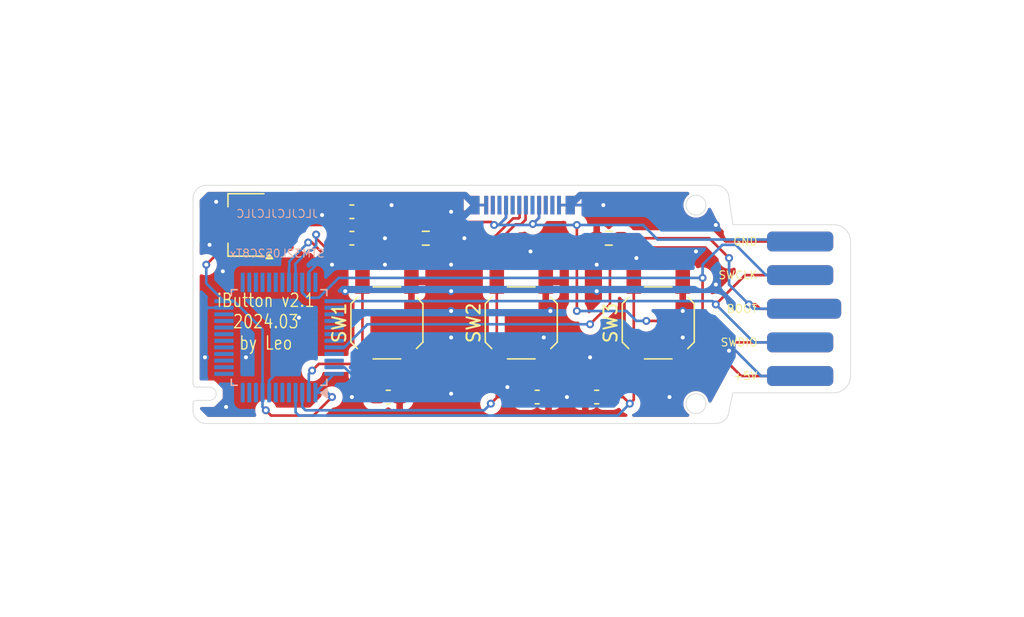
<source format=kicad_pcb>
(kicad_pcb (version 20240108) (generator "pcbnew") (generator_version "8.0")
  (layers (0 "F.Cu" signal) (31 "B.Cu" signal) (34 "B.Paste" user) (35 "F.Paste" user) (36 "B.SilkS" user "B.Silkscreen") (37 "F.SilkS" user "F.Silkscreen") (38 "B.Mask" user) (39 "F.Mask" user) (44 "Edge.Cuts" user))
  (net 0 "")
  (net 1 "/SWDIO")
  (net 2 "GND")
  (net 3 "+3.3V")
  (net 4 "/Boot")
  (net 5 "/SWCLK")
  (net 11 "/Btn1")
  (net 21 "/Btn2")
  (net 31 "/Btn3")
  (net 41 "+5V")
  (net 42 "/D-")
  (net 43 "/D+")
  (footprint "Capacitor_SMD:C_0603_1608Metric_Pad1.08x0.95mm_HandSolder" (layer "F.Cu") (at 71.75 43.5)
    (property "Reference" "C3")
    (property "Value" "4.7uF")
    (fp_line (start -0.146267 -0.51) (end 0.146267 -0.51) (stroke (width 0.12)) (layer "F.SilkS"))
    (fp_line (start -0.146267 0.51) (end 0.146267 0.51) (stroke (width 0.12)) (layer "F.SilkS"))
    (pad "1" smd roundrect (at -0.8625 0) (size 1.075 0.95) (layers "F.Cu" "F.Paste" "F.Mask") (net 11 "/Btn1"))
    (pad "2" smd roundrect (at 0.8625 0) (size 1.075 0.95) (layers "F.Cu" "F.Paste" "F.Mask") (net 2 "GND"))
  )
  (footprint "Resistor_SMD:R_0603_1608Metric_Pad0.98x0.95mm_HandSolder" (layer "F.Cu") (at 74.5875 31.5)
    (property "Reference" "R1")
    (property "Value" "1.5k")
    (fp_line (start -0.254724 -0.5225) (end 0.254724 -0.5225) (stroke (width 0.12)) (layer "F.SilkS"))
    (fp_line (start -0.254724 0.5225) (end 0.254724 0.5225) (stroke (width 0.12)) (layer "F.SilkS"))
    (pad "1" smd roundrect (at -0.9125 0) (size 0.975 0.95) (layers "F.Cu" "F.Paste" "F.Mask") (net 3 "+3.3V"))
    (pad "2" smd roundrect (at 0.9125 0) (size 0.975 0.95) (layers "F.Cu" "F.Paste" "F.Mask") (net 43 "/D+"))
  )
  (footprint "wyw-conn:SWD5-Gold" (layer "F.Cu") (at 102.87 36.83 180)
    (property "Reference" "J2")
    (property "Value" "Conn_SWD")
    (pad "1" connect roundrect (at 0 -5.08 180) (size 5 1.5) (layers "F.Cu" "F.Mask") (net 41 "+5V"))
    (pad "2" connect roundrect (at 0 -2.54 180) (size 5 1.5) (layers "F.Cu" "F.Mask") (net 1 "/SWDIO"))
    (pad "3" connect roundrect (at -0.3 0 180) (size 5.6 1.5) (layers "F.Cu" "F.Mask") (net 4 "/Boot"))
    (pad "4" connect roundrect (at 0 2.54 180) (size 5 1.5) (layers "F.Cu" "F.Mask") (net 5 "/SWCLK"))
    (pad "5" connect roundrect (at 0 5.08 180) (size 5 1.5) (layers "F.Cu" "F.Mask") (net 2 "GND"))
  )
  (footprint "Package_TO_SOT_SMD:SOT-89-3_Handsoldering" (layer "F.Cu") (at 61 30.5 180)
    (property "Reference" "U2")
    (property "Value" "AMS1117-3.3")
    (fp_line (start 1.36 2.36) (end -1.36 2.36) (stroke (width 0.12)) (layer "F.SilkS"))
    (fp_line (start 1.36 1.38) (end 1.36 2.36) (stroke (width 0.12)) (layer "F.SilkS"))
    (fp_line (start 1.36 -1.38) (end 1.36 -2.36) (stroke (width 0.12)) (layer "F.SilkS"))
    (fp_line (start -1.22 -2.36) (end 1.36 -2.36) (stroke (width 0.12)) (layer "F.SilkS"))
    (fp_line (start -1.36 -2.36) (end 1.36 -2.36) (stroke (width 0.12)) (layer "F.SilkS"))
    (fp_poly (pts (xy -1.77 -2.21) (xy -2.01 -2.54) (xy -1.53 -2.54) (xy -1.77 -2.21)) (stroke (width 0.12)) (fill solid) (layer "F.SilkS"))
    (pad "1" smd roundrect (at -2.45 -1.5 180) (size 2.3 0.9) (layers "F.Cu" "F.Paste" "F.Mask") (net 2 "GND"))
    (pad "2" smd custom (at -2.3625 0 180) (size 2.475 0.9) (layers "F.Cu" "F.Paste" "F.Mask") (net 3 "+3.3V") (options (clearance outline) (anchor rect)) (primitives (gr_poly (pts (xy 5.3625 0.8665) (xy 1.2375 0.8665) (xy 1.2375 -0.8665) (xy 5.3625 -0.8665)) (width 0) (fill yes))))
    (pad "3" smd roundrect (at -2.45 1.5 180) (size 2.3 0.9) (layers "F.Cu" "F.Paste" "F.Mask") (net 41 "+5V"))
  )
  (footprint "Capacitor_SMD:C_0603_1608Metric_Pad1.08x0.95mm_HandSolder" (layer "F.Cu") (at 69 29.5)
    (property "Reference" "C2")
    (property "Value" "10uF")
    (fp_line (start -0.146267 -0.51) (end 0.146267 -0.51) (stroke (width 0.12)) (layer "F.SilkS"))
    (fp_line (start -0.146267 0.51) (end 0.146267 0.51) (stroke (width 0.12)) (layer "F.SilkS"))
    (pad "1" smd roundrect (at -0.8625 0) (size 1.075 0.95) (layers "F.Cu" "F.Paste" "F.Mask") (net 41 "+5V"))
    (pad "2" smd roundrect (at 0.8625 0) (size 1.075 0.95) (layers "F.Cu" "F.Paste" "F.Mask") (net 2 "GND"))
  )
  (footprint "Button_Switch_SMD:SW_SPST_SKQG_WithoutStem" (layer "F.Cu") (at 81.8 37.9 90)
    (property "Reference" "SW2" (at 0 -3.6 -90) (layer "F.SilkS"))
    (property "Value" "Button_user")
    (fp_line (start 1.45 -2.72) (end 1.94 -2.23) (stroke (width 0.12)) (layer "F.SilkS"))
    (fp_line (start -1.45 -2.72) (end 1.45 -2.72) (stroke (width 0.12)) (layer "F.SilkS"))
    (fp_line (start -1.45 -2.72) (end -1.94 -2.23) (stroke (width 0.12)) (layer "F.SilkS"))
    (fp_line (start 2.72 1.04) (end 2.72 -1.04) (stroke (width 0.12)) (layer "F.SilkS"))
    (fp_line (start -2.72 1.04) (end -2.72 -1.04) (stroke (width 0.12)) (layer "F.SilkS"))
    (fp_line (start 1.45 2.72) (end 1.94 2.23) (stroke (width 0.12)) (layer "F.SilkS"))
    (fp_line (start -1.45 2.72) (end -1.94 2.23) (stroke (width 0.12)) (layer "F.SilkS"))
    (fp_line (start -1.45 2.72) (end 1.45 2.72) (stroke (width 0.12)) (layer "F.SilkS"))
    (pad "1" smd rect (at -3.1 -1.85 90) (size 1.8 1.1) (layers "F.Cu" "F.Paste" "F.Mask") (net 21 "/Btn2"))
    (pad "1" smd rect (at 3.1 -1.85 90) (size 1.8 1.1) (layers "F.Cu" "F.Paste" "F.Mask") (net 21 "/Btn2"))
    (pad "2" smd rect (at -3.1 1.85 90) (size 1.8 1.1) (layers "F.Cu" "F.Paste" "F.Mask") (net 2 "GND"))
    (pad "2" smd rect (at 3.1 1.85 90) (size 1.8 1.1) (layers "F.Cu" "F.Paste" "F.Mask") (net 2 "GND"))
    (zone (net 0) (net_name "") (layer "F.Cu") (connect_pads (clearance 0)) (min_thickness 0.254)
      (keepout (tracks not_allowed) (vias not_allowed) (pads not_allowed) (copperpour not_allowed) (footprints not_allowed))
      (fill (thermal_gap 0.508) (thermal_bridge_width 0.508))
      (polygon (pts (xy 80.5 36.9) (xy 80.5 33.9) (xy 83.1 33.9) (xy 83.1 36.9)))
    )
    (zone (net 0) (net_name "") (layer "F.Cu") (connect_pads (clearance 0)) (min_thickness 0.254)
      (keepout (tracks not_allowed) (vias not_allowed) (pads not_allowed) (copperpour not_allowed) (footprints not_allowed))
      (fill (thermal_gap 0.508) (thermal_bridge_width 0.508))
      (polygon (pts (xy 80.5 41.9) (xy 80.5 38.9) (xy 83.1 38.9) (xy 83.1 41.9)))
    )
  )
  (footprint "Button_Switch_SMD:SW_SPST_SKQG_WithoutStem" (layer "F.Cu") (at 71.65 37.9 90)
    (property "Reference" "SW1" (at 0 -3.6 -90) (layer "F.SilkS"))
    (property "Value" "Button_user")
    (fp_line (start 1.45 -2.72) (end 1.94 -2.23) (stroke (width 0.12)) (layer "F.SilkS"))
    (fp_line (start -1.45 -2.72) (end 1.45 -2.72) (stroke (width 0.12)) (layer "F.SilkS"))
    (fp_line (start -1.45 -2.72) (end -1.94 -2.23) (stroke (width 0.12)) (layer "F.SilkS"))
    (fp_line (start 2.72 1.04) (end 2.72 -1.04) (stroke (width 0.12)) (layer "F.SilkS"))
    (fp_line (start -2.72 1.04) (end -2.72 -1.04) (stroke (width 0.12)) (layer "F.SilkS"))
    (fp_line (start 1.45 2.72) (end 1.94 2.23) (stroke (width 0.12)) (layer "F.SilkS"))
    (fp_line (start -1.45 2.72) (end -1.94 2.23) (stroke (width 0.12)) (layer "F.SilkS"))
    (fp_line (start -1.45 2.72) (end 1.45 2.72) (stroke (width 0.12)) (layer "F.SilkS"))
    (pad "1" smd rect (at -3.1 -1.85 90) (size 1.8 1.1) (layers "F.Cu" "F.Paste" "F.Mask") (net 11 "/Btn1"))
    (pad "1" smd rect (at 3.1 -1.85 90) (size 1.8 1.1) (layers "F.Cu" "F.Paste" "F.Mask") (net 11 "/Btn1"))
    (pad "2" smd rect (at -3.1 1.85 90) (size 1.8 1.1) (layers "F.Cu" "F.Paste" "F.Mask") (net 2 "GND"))
    (pad "2" smd rect (at 3.1 1.85 90) (size 1.8 1.1) (layers "F.Cu" "F.Paste" "F.Mask") (net 2 "GND"))
    (zone (net 0) (net_name "") (layer "F.Cu") (connect_pads (clearance 0)) (min_thickness 0.254)
      (keepout (tracks not_allowed) (vias not_allowed) (pads not_allowed) (copperpour not_allowed) (footprints not_allowed))
      (fill (thermal_gap 0.508) (thermal_bridge_width 0.508))
      (polygon (pts (xy 70.35 36.9) (xy 70.35 33.9) (xy 72.95 33.9) (xy 72.95 36.9)))
    )
    (zone (net 0) (net_name "") (layer "F.Cu") (connect_pads (clearance 0)) (min_thickness 0.254)
      (keepout (tracks not_allowed) (vias not_allowed) (pads not_allowed) (copperpour not_allowed) (footprints not_allowed))
      (fill (thermal_gap 0.508) (thermal_bridge_width 0.508))
      (polygon (pts (xy 70.35 41.9) (xy 70.35 38.9) (xy 72.95 38.9) (xy 72.95 41.9)))
    )
  )
  (footprint "wyw-conn:USB_C_Male" (layer "F.Cu") (at 81.9 25.6 180)
    (property "Reference" "P1")
    (property "Value" "USB_C_2.0")
    (pad "A1" smd rect (at 2.75 -3.4 180) (size 0.3 1.4) (layers "F.Cu" "F.Paste" "F.Mask") (net 2 "GND"))
    (pad "A2" smd rect (at 2.25 -3.4 180) (size 0.3 1.4) (layers "F.Cu" "F.Paste" "F.Mask"))
    (pad "A3" smd rect (at 1.75 -3.4 180) (size 0.3 1.4) (layers "F.Cu" "F.Paste" "F.Mask"))
    (pad "A4" smd rect (at 1.25 -3.4 180) (size 0.3 1.4) (layers "F.Cu" "F.Paste" "F.Mask") (net 41 "+5V"))
    (pad "A5" smd rect (at 0.75 -3.4 180) (size 0.3 1.4) (layers "F.Cu" "F.Paste" "F.Mask"))
    (pad "A6" smd rect (at 0.25 -3.4 180) (size 0.3 1.4) (layers "F.Cu" "F.Paste" "F.Mask") (net 43 "/D+"))
    (pad "A7" smd rect (at -0.25 -3.4 180) (size 0.3 1.4) (layers "F.Cu" "F.Paste" "F.Mask") (net 42 "/D-"))
    (pad "A8" smd rect (at -0.75 -3.4 180) (size 0.3 1.4) (layers "F.Cu" "F.Paste" "F.Mask"))
    (pad "A9" smd rect (at -1.25 -3.4 180) (size 0.3 1.4) (layers "F.Cu" "F.Paste" "F.Mask") (net 41 "+5V"))
    (pad "A10" smd rect (at -1.75 -3.4 180) (size 0.3 1.4) (layers "F.Cu" "F.Paste" "F.Mask"))
    (pad "A11" smd rect (at -2.25 -3.4 180) (size 0.3 1.4) (layers "F.Cu" "F.Paste" "F.Mask"))
    (pad "A12" smd rect (at -2.75 -3.4 180) (size 0.3 1.4) (layers "F.Cu" "F.Paste" "F.Mask") (net 2 "GND"))
    (pad "B1" smd rect (at -2.75 -3.4 180) (size 0.3 1.4) (layers "B.Cu" "B.Paste" "B.Mask") (net 2 "GND"))
    (pad "B2" smd rect (at -2.25 -3.4 180) (size 0.3 1.4) (layers "B.Cu" "B.Paste" "B.Mask"))
    (pad "B3" smd rect (at -1.75 -3.4 180) (size 0.3 1.4) (layers "B.Cu" "B.Paste" "B.Mask"))
    (pad "B4" smd rect (at -1.25 -3.4 180) (size 0.3 1.4) (layers "B.Cu" "B.Paste" "B.Mask") (net 41 "+5V"))
    (pad "B5" smd rect (at -0.75 -3.4 180) (size 0.3 1.4) (layers "B.Cu" "B.Paste" "B.Mask"))
    (pad "B6" smd rect (at -0.25 -3.4 180) (size 0.3 1.4) (layers "B.Cu" "B.Paste" "B.Mask"))
    (pad "B7" smd rect (at 0.25 -3.4 180) (size 0.3 1.4) (layers "B.Cu" "B.Paste" "B.Mask"))
    (pad "B8" smd rect (at 0.75 -3.4 180) (size 0.3 1.4) (layers "B.Cu" "B.Paste" "B.Mask"))
    (pad "B9" smd rect (at 1.25 -3.4 180) (size 0.3 1.4) (layers "B.Cu" "B.Paste" "B.Mask") (net 41 "+5V"))
    (pad "B10" smd rect (at 1.75 -3.4 180) (size 0.3 1.4) (layers "B.Cu" "B.Paste" "B.Mask"))
    (pad "B11" smd rect (at 2.25 -3.4 180) (size 0.3 1.4) (layers "B.Cu" "B.Paste" "B.Mask"))
    (pad "B12" smd rect (at 2.75 -3.4 180) (size 0.3 1.4) (layers "B.Cu" "B.Paste" "B.Mask") (net 2 "GND"))
    (pad "S1" smd rect (at -3.6 -3.4 180) (size 0.7 1.4) (layers "F.Cu" "F.Paste" "F.Mask") (net 2 "GND"))
    (pad "S1" smd rect (at -3.6 -3.4 180) (size 0.7 1.4) (layers "B.Cu" "B.Paste" "B.Mask") (net 2 "GND"))
    (pad "S1" smd rect (at 3.6 -3.4 180) (size 0.7 1.4) (layers "F.Cu" "F.Paste" "F.Mask") (net 2 "GND"))
    (pad "S1" smd rect (at 3.6 -3.4 180) (size 0.7 1.4) (layers "B.Cu" "B.Paste" "B.Mask") (net 2 "GND"))
  )
  (footprint "Capacitor_SMD:C_0603_1608Metric_Pad1.08x0.95mm_HandSolder" (layer "F.Cu") (at 69 31.5)
    (property "Reference" "C1")
    (property "Value" "10uF")
    (fp_line (start -0.146267 -0.51) (end 0.146267 -0.51) (stroke (width 0.12)) (layer "F.SilkS"))
    (fp_line (start -0.146267 0.51) (end 0.146267 0.51) (stroke (width 0.12)) (layer "F.SilkS"))
    (pad "1" smd roundrect (at -0.8625 0) (size 1.075 0.95) (layers "F.Cu" "F.Paste" "F.Mask") (net 3 "+3.3V"))
    (pad "2" smd roundrect (at 0.8625 0) (size 1.075 0.95) (layers "F.Cu" "F.Paste" "F.Mask") (net 2 "GND"))
  )
  (footprint "Resistor_SMD:R_0603_1608Metric_Pad0.98x0.95mm_HandSolder" (layer "F.Cu") (at 88.4125 31.5 180)
    (property "Reference" "R2")
    (property "Value" "10k")
    (fp_line (start -0.254724 0.5225) (end 0.254724 0.5225) (stroke (width 0.12)) (layer "F.SilkS"))
    (fp_line (start -0.254724 -0.5225) (end 0.254724 -0.5225) (stroke (width 0.12)) (layer "F.SilkS"))
    (pad "1" smd roundrect (at -0.9125 0 180) (size 0.975 0.95) (layers "F.Cu" "F.Paste" "F.Mask") (net 4 "/Boot"))
    (pad "2" smd roundrect (at 0.9125 0 180) (size 0.975 0.95) (layers "F.Cu" "F.Paste" "F.Mask") (net 2 "GND"))
  )
  (footprint "Capacitor_SMD:C_0603_1608Metric_Pad1.08x0.95mm_HandSolder" (layer "F.Cu") (at 87.5 43.5 180)
    (property "Reference" "C5")
    (property "Value" "4.7uF")
    (fp_line (start -0.146267 0.51) (end 0.146267 0.51) (stroke (width 0.12)) (layer "F.SilkS"))
    (fp_line (start -0.146267 -0.51) (end 0.146267 -0.51) (stroke (width 0.12)) (layer "F.SilkS"))
    (pad "1" smd roundrect (at -0.8625 0 180) (size 1.075 0.95) (layers "F.Cu" "F.Paste" "F.Mask") (net 31 "/Btn3"))
    (pad "2" smd roundrect (at 0.8625 0 180) (size 1.075 0.95) (layers "F.Cu" "F.Paste" "F.Mask") (net 2 "GND"))
  )
  (footprint "Button_Switch_SMD:SW_SPST_SKQG_WithoutStem" (layer "F.Cu") (at 92.15 37.9 90)
    (property "Reference" "SW3" (at 0 -3.6 -90) (layer "F.SilkS"))
    (property "Value" "Button_user")
    (fp_line (start 1.45 -2.72) (end 1.94 -2.23) (stroke (width 0.12)) (layer "F.SilkS"))
    (fp_line (start -1.45 -2.72) (end 1.45 -2.72) (stroke (width 0.12)) (layer "F.SilkS"))
    (fp_line (start -1.45 -2.72) (end -1.94 -2.23) (stroke (width 0.12)) (layer "F.SilkS"))
    (fp_line (start 2.72 1.04) (end 2.72 -1.04) (stroke (width 0.12)) (layer "F.SilkS"))
    (fp_line (start -2.72 1.04) (end -2.72 -1.04) (stroke (width 0.12)) (layer "F.SilkS"))
    (fp_line (start 1.45 2.72) (end 1.94 2.23) (stroke (width 0.12)) (layer "F.SilkS"))
    (fp_line (start -1.45 2.72) (end -1.94 2.23) (stroke (width 0.12)) (layer "F.SilkS"))
    (fp_line (start -1.45 2.72) (end 1.45 2.72) (stroke (width 0.12)) (layer "F.SilkS"))
    (pad "1" smd rect (at -3.1 -1.85 90) (size 1.8 1.1) (layers "F.Cu" "F.Paste" "F.Mask") (net 31 "/Btn3"))
    (pad "1" smd rect (at 3.1 -1.85 90) (size 1.8 1.1) (layers "F.Cu" "F.Paste" "F.Mask") (net 31 "/Btn3"))
    (pad "2" smd rect (at -3.1 1.85 90) (size 1.8 1.1) (layers "F.Cu" "F.Paste" "F.Mask") (net 2 "GND"))
    (pad "2" smd rect (at 3.1 1.85 90) (size 1.8 1.1) (layers "F.Cu" "F.Paste" "F.Mask") (net 2 "GND"))
    (zone (net 0) (net_name "") (layer "F.Cu") (connect_pads (clearance 0)) (min_thickness 0.254)
      (keepout (tracks not_allowed) (vias not_allowed) (pads not_allowed) (copperpour not_allowed) (footprints not_allowed))
      (fill (thermal_gap 0.508) (thermal_bridge_width 0.508))
      (polygon (pts (xy 90.85 36.9) (xy 90.85 33.9) (xy 93.45 33.9) (xy 93.45 36.9)))
    )
    (zone (net 0) (net_name "") (layer "F.Cu") (connect_pads (clearance 0)) (min_thickness 0.254)
      (keepout (tracks not_allowed) (vias not_allowed) (pads not_allowed) (copperpour not_allowed) (footprints not_allowed))
      (fill (thermal_gap 0.508) (thermal_bridge_width 0.508))
      (polygon (pts (xy 90.85 41.9) (xy 90.85 38.9) (xy 93.45 38.9) (xy 93.45 41.9)))
    )
  )
  (footprint "Capacitor_SMD:C_0603_1608Metric_Pad1.08x0.95mm_HandSolder" (layer "F.Cu") (at 83 43.5)
    (property "Reference" "C4")
    (property "Value" "4.7uF")
    (fp_line (start -0.146267 -0.51) (end 0.146267 -0.51) (stroke (width 0.12)) (layer "F.SilkS"))
    (fp_line (start -0.146267 0.51) (end 0.146267 0.51) (stroke (width 0.12)) (layer "F.SilkS"))
    (pad "1" smd roundrect (at -0.8625 0) (size 1.075 0.95) (layers "F.Cu" "F.Paste" "F.Mask") (net 21 "/Btn2"))
    (pad "2" smd roundrect (at 0.8625 0) (size 1.075 0.95) (layers "F.Cu" "F.Paste" "F.Mask") (net 2 "GND"))
  )
  (footprint "Package_QFP:LQFP-48_7x7mm_P0.5mm" (layer "B.Cu") (at 63.5 39 90)
    (property "Reference" "U1")
    (property "Value" "STM32L052C8Tx")
    (fp_line (start 3.61 -3.61) (end 3.16 -3.61) (stroke (width 0.12)) (layer "B.SilkS"))
    (fp_line (start -3.61 -3.61) (end -3.16 -3.61) (stroke (width 0.12)) (layer "B.SilkS"))
    (fp_line (start 3.61 -3.16) (end 3.61 -3.61) (stroke (width 0.12)) (layer "B.SilkS"))
    (fp_line (start -3.61 -3.16) (end -3.61 -3.61) (stroke (width 0.12)) (layer "B.SilkS"))
    (fp_line (start 3.61 3.16) (end 3.61 3.61) (stroke (width 0.12)) (layer "B.SilkS"))
    (fp_line (start -3.61 3.16) (end -3.61 3.61) (stroke (width 0.12)) (layer "B.SilkS"))
    (fp_line (start 3.61 3.61) (end 3.16 3.61) (stroke (width 0.12)) (layer "B.SilkS"))
    (fp_line (start -3.61 3.61) (end -3.16 3.61) (stroke (width 0.12)) (layer "B.SilkS"))
    (fp_poly (pts (xy -4.2 3.16) (xy -4.54 3.63) (xy -3.86 3.63) (xy -4.2 3.16)) (stroke (width 0.12)) (fill solid) (layer "B.SilkS"))
    (pad "1" smd roundrect (at -4.1625 2.75 90) (size 1.475 0.3) (layers "B.Cu" "B.Paste" "B.Mask") (net 3 "+3.3V"))
    (pad "2" smd roundrect (at -4.1625 2.25 90) (size 1.475 0.3) (layers "B.Cu" "B.Paste" "B.Mask") (net 11 "/Btn1"))
    (pad "3" smd roundrect (at -4.1625 1.75 90) (size 1.475 0.3) (layers "B.Cu" "B.Paste" "B.Mask") (net 21 "/Btn2"))
    (pad "4" smd roundrect (at -4.1625 1.25 90) (size 1.475 0.3) (layers "B.Cu" "B.Paste" "B.Mask") (net 31 "/Btn3"))
    (pad "5" smd roundrect (at -4.1625 0.75 90) (size 1.475 0.3) (layers "B.Cu" "B.Paste" "B.Mask"))
    (pad "6" smd roundrect (at -4.1625 0.25 90) (size 1.475 0.3) (layers "B.Cu" "B.Paste" "B.Mask"))
    (pad "7" smd roundrect (at -4.1625 -0.25 90) (size 1.475 0.3) (layers "B.Cu" "B.Paste" "B.Mask"))
    (pad "8" smd roundrect (at -4.1625 -0.75 90) (size 1.475 0.3) (layers "B.Cu" "B.Paste" "B.Mask") (net 2 "GND"))
    (pad "9" smd roundrect (at -4.1625 -1.25 90) (size 1.475 0.3) (layers "B.Cu" "B.Paste" "B.Mask") (net 3 "+3.3V"))
    (pad "10" smd roundrect (at -4.1625 -1.75 90) (size 1.475 0.3) (layers "B.Cu" "B.Paste" "B.Mask"))
    (pad "11" smd roundrect (at -4.1625 -2.25 90) (size 1.475 0.3) (layers "B.Cu" "B.Paste" "B.Mask"))
    (pad "12" smd roundrect (at -4.1625 -2.75 90) (size 1.475 0.3) (layers "B.Cu" "B.Paste" "B.Mask"))
    (pad "13" smd roundrect (at -2.75 -4.1625 90) (size 0.3 1.475) (layers "B.Cu" "B.Paste" "B.Mask"))
    (pad "14" smd roundrect (at -2.25 -4.1625 90) (size 0.3 1.475) (layers "B.Cu" "B.Paste" "B.Mask"))
    (pad "15" smd roundrect (at -1.75 -4.1625 90) (size 0.3 1.475) (layers "B.Cu" "B.Paste" "B.Mask"))
    (pad "16" smd roundrect (at -1.25 -4.1625 90) (size 0.3 1.475) (layers "B.Cu" "B.Paste" "B.Mask"))
    (pad "17" smd roundrect (at -0.75 -4.1625 90) (size 0.3 1.475) (layers "B.Cu" "B.Paste" "B.Mask"))
    (pad "18" smd roundrect (at -0.25 -4.1625 90) (size 0.3 1.475) (layers "B.Cu" "B.Paste" "B.Mask"))
    (pad "19" smd roundrect (at 0.25 -4.1625 90) (size 0.3 1.475) (layers "B.Cu" "B.Paste" "B.Mask"))
    (pad "20" smd roundrect (at 0.75 -4.1625 90) (size 0.3 1.475) (layers "B.Cu" "B.Paste" "B.Mask"))
    (pad "21" smd roundrect (at 1.25 -4.1625 90) (size 0.3 1.475) (layers "B.Cu" "B.Paste" "B.Mask"))
    (pad "22" smd roundrect (at 1.75 -4.1625 90) (size 0.3 1.475) (layers "B.Cu" "B.Paste" "B.Mask"))
    (pad "23" smd roundrect (at 2.25 -4.1625 90) (size 0.3 1.475) (layers "B.Cu" "B.Paste" "B.Mask") (net 2 "GND"))
    (pad "24" smd roundrect (at 2.75 -4.1625 90) (size 0.3 1.475) (layers "B.Cu" "B.Paste" "B.Mask") (net 3 "+3.3V"))
    (pad "25" smd roundrect (at 4.1625 -2.75 90) (size 1.475 0.3) (layers "B.Cu" "B.Paste" "B.Mask"))
    (pad "26" smd roundrect (at 4.1625 -2.25 90) (size 1.475 0.3) (layers "B.Cu" "B.Paste" "B.Mask"))
    (pad "27" smd roundrect (at 4.1625 -1.75 90) (size 1.475 0.3) (layers "B.Cu" "B.Paste" "B.Mask"))
    (pad "28" smd roundrect (at 4.1625 -1.25 90) (size 1.475 0.3) (layers "B.Cu" "B.Paste" "B.Mask"))
    (pad "29" smd roundrect (at 4.1625 -0.75 90) (size 1.475 0.3) (layers "B.Cu" "B.Paste" "B.Mask"))
    (pad "30" smd roundrect (at 4.1625 -0.25 90) (size 1.475 0.3) (layers "B.Cu" "B.Paste" "B.Mask"))
    (pad "31" smd roundrect (at 4.1625 0.25 90) (size 1.475 0.3) (layers "B.Cu" "B.Paste" "B.Mask"))
    (pad "32" smd roundrect (at 4.1625 0.75 90) (size 1.475 0.3) (layers "B.Cu" "B.Paste" "B.Mask") (net 42 "/D-"))
    (pad "33" smd roundrect (at 4.1625 1.25 90) (size 1.475 0.3) (layers "B.Cu" "B.Paste" "B.Mask") (net 43 "/D+"))
    (pad "34" smd roundrect (at 4.1625 1.75 90) (size 1.475 0.3) (layers "B.Cu" "B.Paste" "B.Mask") (net 1 "/SWDIO"))
    (pad "35" smd roundrect (at 4.1625 2.25 90) (size 1.475 0.3) (layers "B.Cu" "B.Paste" "B.Mask") (net 2 "GND"))
    (pad "36" smd roundrect (at 4.1625 2.75 90) (size 1.475 0.3) (layers "B.Cu" "B.Paste" "B.Mask"))
    (pad "37" smd roundrect (at 2.75 4.1625 90) (size 0.3 1.475) (layers "B.Cu" "B.Paste" "B.Mask") (net 5 "/SWCLK"))
    (pad "38" smd roundrect (at 2.25 4.1625 90) (size 0.3 1.475) (layers "B.Cu" "B.Paste" "B.Mask"))
    (pad "39" smd roundrect (at 1.75 4.1625 90) (size 0.3 1.475) (layers "B.Cu" "B.Paste" "B.Mask"))
    (pad "40" smd roundrect (at 1.25 4.1625 90) (size 0.3 1.475) (layers "B.Cu" "B.Paste" "B.Mask"))
    (pad "41" smd roundrect (at 0.75 4.1625 90) (size 0.3 1.475) (layers "B.Cu" "B.Paste" "B.Mask"))
    (pad "42" smd roundrect (at 0.25 4.1625 90) (size 0.3 1.475) (layers "B.Cu" "B.Paste" "B.Mask"))
    (pad "43" smd roundrect (at -0.25 4.1625 90) (size 0.3 1.475) (layers "B.Cu" "B.Paste" "B.Mask"))
    (pad "44" smd roundrect (at -0.75 4.1625 90) (size 0.3 1.475) (layers "B.Cu" "B.Paste" "B.Mask") (net 4 "/Boot"))
    (pad "45" smd roundrect (at -1.25 4.1625 90) (size 0.3 1.475) (layers "B.Cu" "B.Paste" "B.Mask"))
    (pad "46" smd roundrect (at -1.75 4.1625 90) (size 0.3 1.475) (layers "B.Cu" "B.Paste" "B.Mask"))
    (pad "47" smd roundrect (at -2.25 4.1625 90) (size 0.3 1.475) (layers "B.Cu" "B.Paste" "B.Mask") (net 2 "GND"))
    (pad "48" smd roundrect (at -2.75 4.1625 90) (size 0.3 1.475) (layers "B.Cu" "B.Paste" "B.Mask") (net 3 "+3.3V"))
  )
  (footprint "wyw-conn:SWD5-Gold" (layer "B.Cu") (at 102.87 36.83 180)
    (property "Reference" "J1")
    (property "Value" "Conn_SWD")
    (pad "1" connect roundrect (at 0 5.08 180) (size 5 1.5) (layers "B.Cu" "B.Mask") (net 41 "+5V"))
    (pad "2" connect roundrect (at 0 2.54 180) (size 5 1.5) (layers "B.Cu" "B.Mask") (net 1 "/SWDIO"))
    (pad "3" connect roundrect (at -0.3 0 180) (size 5.6 1.5) (layers "B.Cu" "B.Mask") (net 4 "/Boot"))
    (pad "4" connect roundrect (at 0 -2.54 180) (size 5 1.5) (layers "B.Cu" "B.Mask") (net 5 "/SWCLK"))
    (pad "5" connect roundrect (at 0 -5.08 180) (size 5 1.5) (layers "B.Cu" "B.Mask") (net 2 "GND"))
  )
  (gr_line (start 57.25 43.75) (end 58.25 43.75) (stroke (width 0.05)) (layer "Edge.Cuts"))
  (gr_arc (start 57 28.5) (mid 57.292893 27.792893) (end 58 27.5) (stroke (width 0.05)) (layer "Edge.Cuts"))
  (gr_line (start 57 44) (end 57 44.5) (stroke (width 0.05)) (layer "Edge.Cuts"))
  (gr_circle (center 95 44) (end 95.75 44) (stroke (width 0.05)) (fill none) (layer "Edge.Cuts"))
  (gr_arc (start 57 44) (mid 57.073223 43.823223) (end 57.25 43.75) (stroke (width 0.05)) (layer "Edge.Cuts"))
  (gr_arc (start 57.25 42.75) (mid 57.073223 42.676777) (end 57 42.5) (stroke (width 0.05)) (layer "Edge.Cuts"))
  (gr_line (start 105.41 30.48) (end 97.79 30.48) (stroke (width 0.05)) (layer "Edge.Cuts"))
  (gr_line (start 97.5 28.5) (end 97.79 30.48) (stroke (width 0.05)) (layer "Edge.Cuts"))
  (gr_line (start 96.5 27.5) (end 58 27.5) (stroke (width 0.05)) (layer "Edge.Cuts"))
  (gr_circle (center 95 29) (end 95.75 29) (stroke (width 0.05)) (fill none) (layer "Edge.Cuts"))
  (gr_line (start 58.25 42.75) (end 57.25 42.75) (stroke (width 0.05)) (layer "Edge.Cuts"))
  (gr_line (start 105.41 43.18) (end 97.79 43.18) (stroke (width 0.05)) (layer "Edge.Cuts"))
  (gr_line (start 58 45.5) (end 96.5 45.5) (stroke (width 0.05)) (layer "Edge.Cuts"))
  (gr_line (start 106.68 31.75) (end 106.68 41.91) (stroke (width 0.05)) (layer "Edge.Cuts"))
  (gr_arc (start 105.41 30.48) (mid 106.308026 30.851974) (end 106.68 31.75) (stroke (width 0.05)) (layer "Edge.Cuts"))
  (gr_line (start 97.5 44.5) (end 97.79 43.18) (stroke (width 0.05)) (layer "Edge.Cuts"))
  (gr_arc (start 97.5 44.5) (mid 97.207107 45.207107) (end 96.5 45.5) (stroke (width 0.05)) (layer "Edge.Cuts"))
  (gr_line (start 57 28.5) (end 57 42.5) (stroke (width 0.05)) (layer "Edge.Cuts"))
  (gr_arc (start 106.68 41.91) (mid 106.308026 42.808026) (end 105.41 43.18) (stroke (width 0.05)) (layer "Edge.Cuts"))
  (gr_arc (start 58.25 42.75) (mid 58.75 43.25) (end 58.25 43.75) (stroke (width 0.05)) (layer "Edge.Cuts"))
  (gr_arc (start 58 45.5) (mid 57.292893 45.207107) (end 57 44.5) (stroke (width 0.05)) (layer "Edge.Cuts"))
  (gr_arc (start 96.5 27.5) (mid 97.207107 27.792893) (end 97.5 28.5) (stroke (width 0.05)) (layer "Edge.Cuts"))
  (gr_text "STM32L052C8Tx" (at 67 33 0) (layer "B.SilkS") (effects (font (size 0.6 0.6) (thickness 0.08)) (justify left bottom mirror)))
  (gr_text "JLCJLCJLCJLC" (at 66.5 30 0) (layer "B.SilkS") (effects (font (size 0.6 0.6) (thickness 0.08)) (justify left bottom mirror)))
  (gr_text "SWDIO" (at 99.695 39.37 0) (layer "F.SilkS") (effects (font (size 0.6 0.6) (thickness 0.08)) (justify right)))
  (gr_text "SWCLK" (at 99.695 34.29 0) (layer "F.SilkS") (effects (font (size 0.6 0.6) (thickness 0.08)) (justify right)))
  (gr_text "iButton v2.1\n2024.03\nby Leo" (at 62.5 40 0) (layer "F.SilkS") (effects (font (size 1 0.8) (thickness 0.1)) (justify bottom)))
  (gr_text "BOOT" (at 99.695 36.83 0) (layer "F.SilkS") (effects (font (size 0.6 0.6) (thickness 0.08)) (justify right)))
  (gr_text "GND" (at 99.695 31.75 0) (layer "F.SilkS") (effects (font (size 0.6 0.6) (thickness 0.08)) (justify right)))
  (gr_text "+5V" (at 99.695 41.91 0) (layer "F.SilkS") (effects (font (size 0.6 0.6) (thickness 0.08)) (justify right)))
  (segment (start 95.5 37) (end 97.87 39.37) (width 0.2) (layer "F.Cu") (net 1))
  (segment (start 95.5 34.5) (end 95.5 37) (width 0.2) (layer "F.Cu") (net 1))
  (segment (start 97.87 39.37) (end 102.87 39.37) (width 0.2) (layer "F.Cu") (net 1))
  (via (at 95.5 34.5) (size 0.6) (drill 0.3) (layers "F.Cu" "B.Cu") (net 1))
  (segment (start 65.64259 36) (end 66.5 36) (width 0.2) (layer "B.Cu") (net 1))
  (segment (start 97 32) (end 95.5 33.5) (width 0.2) (layer "B.Cu") (net 1))
  (segment (start 95.5 33.5) (end 95.5 34.5) (width 0.2) (layer "B.Cu") (net 1))
  (segment (start 65.25 34.8375) (end 65.25 35.60741) (width 0.2) (layer "B.Cu") (net 1))
  (segment (start 65.25 35.60741) (end 65.64259 36) (width 0.2) (layer "B.Cu") (net 1))
  (segment (start 102.87 34.29) (end 100.29 34.29) (width 0.2) (layer "B.Cu") (net 1))
  (segment (start 68 34.5) (end 95.5 34.5) (width 0.2) (layer "B.Cu") (net 1))
  (segment (start 100.29 34.29) (end 98 32) (width 0.2) (layer "B.Cu") (net 1))
  (segment (start 66.5 36) (end 68 34.5) (width 0.2) (layer "B.Cu") (net 1))
  (segment (start 98 32) (end 97 32) (width 0.2) (layer "B.Cu") (net 1))
  (segment (start 78 29.5) (end 76.5 29.5) (width 0.2) (layer "F.Cu") (net 2))
  (segment (start 94.5 37) (end 97.5 40) (width 0.2) (layer "F.Cu") (net 2))
  (segment (start 97.25 31.75) (end 102.87 31.75) (width 0.2) (layer "F.Cu") (net 2))
  (segment (start 78.3 29.2) (end 78 29.5) (width 0.2) (layer "F.Cu") (net 2))
  (segment (start 97 31.5) (end 97.25 31.75) (width 0.2) (layer "F.Cu") (net 2))
  (segment (start 78.3 29) (end 79.15 29) (width 0.2) (layer "F.Cu") (net 2))
  (segment (start 97 31) (end 97 31.5) (width 0.2) (layer "F.Cu") (net 2))
  (segment (start 78.3 29) (end 78.3 29.2) (width 0.2) (layer "F.Cu") (net 2))
  (segment (start 84.65 29) (end 85.5 29) (width 0.2) (layer "F.Cu") (net 2))
  (segment (start 85.5 29) (end 88 29) (width 0.2) (layer "F.Cu") (net 2))
  (segment (start 96.5 30.5) (end 97 31) (width 0.2) (layer "F.Cu") (net 2))
  (segment (start 69.8625 31.5) (end 71.5 31.5) (width 0.2) (layer "F.Cu") (net 2))
  (segment (start 94 37) (end 94.5 37) (width 0.2) (layer "F.Cu") (net 2))
  (via (at 61 40.5) (size 0.6) (drill 0.3) (layers "F.Cu" "B.Cu") (net 2))
  (via (at 71.5 33.5) (size 0.6) (drill 0.3) (layers "F.Cu" "B.Cu") (net 2))
  (via (at 57.9 40.5) (size 0.6) (drill 0.3) (layers "F.Cu" "B.Cu") (net 2))
  (via (at 94 37) (size 0.6) (drill 0.3) (layers "F.Cu" "B.Cu") (net 2))
  (via (at 87.5 33.5) (size 0.6) (drill 0.3) (layers "F.Cu" "B.Cu") (net 2))
  (via (at 97.5 40) (size 0.6) (drill 0.3) (layers "F.Cu" "B.Cu") (net 2))
  (via (at 77.5 31.5) (size 0.6) (drill 0.3) (layers "F.Cu" "B.Cu") (net 2))
  (via (at 69 43.5) (size 0.6) (drill 0.3) (layers "F.Cu" "B.Cu") (net 2))
  (via (at 66.75 29.75) (size 0.6) (drill 0.3) (layers "F.Cu" "B.Cu") (net 2))
  (via (at 96.5 30.5) (size 0.6) (drill 0.3) (layers "F.Cu" "B.Cu") (net 2))
  (via (at 76.5 33.5) (size 0.6) (drill 0.3) (layers "F.Cu" "B.Cu") (net 2))
  (via (at 58.75 28.75) (size 0.6) (drill 0.3) (layers "F.Cu" "B.Cu") (net 2))
  (via (at 93 43.5) (size 0.6) (drill 0.3) (layers "F.Cu" "B.Cu") (net 2))
  (via (at 80.75 42.75) (size 0.6) (drill 0.3) (layers "F.Cu" "B.Cu") (net 2))
  (via (at 71.5 31.5) (size 0.6) (drill 0.3) (layers "F.Cu" "B.Cu") (net 2))
  (via (at 76.5 29.5) (size 0.6) (drill 0.3) (layers "F.Cu" "B.Cu") (net 2))
  (via (at 96.5 35) (size 0.6) (drill 0.3) (layers "F.Cu" "B.Cu") (net 2))
  (via (at 87 40.5) (size 0.6) (drill 0.3) (layers "F.Cu" "B.Cu") (net 2))
  (via (at 94 39) (size 0.6) (drill 0.3) (layers "F.Cu" "B.Cu") (net 2))
  (via (at 76.5 37) (size 0.6) (drill 0.3) (layers "F.Cu" "B.Cu") (net 2))
  (via (at 59.5 44.25) (size 0.6) (drill 0.3) (layers "F.Cu" "B.Cu") (net 2))
  (via (at 68.5 35.5) (size 0.6) (drill 0.3) (layers "F.Cu" "B.Cu") (net 2))
  (via (at 67.5 33.5) (size 0.6) (drill 0.3) (layers "F.Cu" "B.Cu") (net 2))
  (via (at 58.25 32) (size 0.6) (drill 0.3) (layers "F.Cu" "B.Cu") (net 2))
  (via (at 88 29) (size 0.6) (drill 0.3) (layers "F.Cu" "B.Cu") (net 2))
  (via (at 76.5 39) (size 0.6) (drill 0.3) (layers "F.Cu" "B.Cu") (net 2))
  (via (at 82.5 32.5) (size 0.6) (drill 0.3) (layers "F.Cu" "B.Cu") (net 2))
  (via (at 83.5 39) (size 0.6) (drill 0.3) (layers "F.Cu" "B.Cu") (net 2))
  (via (at 87.5 35.5) (size 0.6) (drill 0.3) (layers "F.Cu" "B.Cu") (net 2))
  (via (at 76.5 35.5) (size 0.6) (drill 0.3) (layers "F.Cu" "B.Cu") (net 2))
  (via (at 72 29) (size 0.6) (drill 0.3) (layers "F.Cu" "B.Cu") (net 2))
  (via (at 59.25 34) (size 0.6) (drill 0.3) (layers "F.Cu" "B.Cu") (net 2))
  (via (at 85.25 43.5) (size 0.6) (drill 0.3) (layers "F.Cu" "B.Cu") (net 2))
  (via (at 65 37.5) (size 0.6) (drill 0.3) (layers "F.Cu" "B.Cu") (net 2))
  (via (at 95 32.5) (size 0.6) (drill 0.3) (layers "F.Cu" "B.Cu") (net 2))
  (via (at 84 37) (size 0.6) (drill 0.3) (layers "F.Cu" "B.Cu") (net 2))
  (via (at 76.5 43.25) (size 0.6) (drill 0.3) (layers "F.Cu" "B.Cu") (net 2))
  (via (at 90.5 33) (size 0.6) (drill 0.3) (layers "F.Cu" "B.Cu") (net 2))
  (segment (start 62.75 43.1625) (end 62.75 42.25) (width 0.2) (layer "B.Cu") (net 2))
  (segment (start 98 40) (end 97.5 40) (width 0.2) (layer "B.Cu") (net 2))
  (segment (start 62.75 42.25) (end 63.5 41.5) (width 0.2) (layer "B.Cu") (net 2))
  (segment (start 85.5 29) (end 84.65 29) (width 0.2) (layer "B.Cu") (net 2))
  (segment (start 69 41.81759) (end 69 42.5) (width 0.2) (layer "B.Cu") (net 2))
  (segment (start 99.91 41.91) (end 98.5 40.5) (width 0.2) (layer "B.Cu") (net 2))
  (segment (start 98.5 40.5) (end 98 40) (width 0.2) (layer "B.Cu") (net 2))
  (segment (start 65.75 34.06759) (end 66.31759 33.5) (width 0.2) (layer "B.Cu") (net 2))
  (segment (start 78.3 29) (end 79.15 29) (width 0.2) (layer "B.Cu") (net 2))
  (segment (start 59.3375 36.75) (end 58.25 36.75) (width 0.2) (layer "B.Cu") (net 2))
  (segment (start 65.75 34.8375) (end 65.75 34.06759) (width 0.2) (layer "B.Cu") (net 2))
  (segment (start 67.6625 41.25) (end 68.43241 41.25) (width 0.2) (layer "B.Cu") (net 2))
  (segment (start 102.87 41.91) (end 99.91 41.91) (width 0.2) (layer "B.Cu") (net 2))
  (segment (start 68.43241 41.25) (end 69 41.81759) (width 0.2) (layer "B.Cu") (net 2))
  (segment (start 66.31759 33.5) (end 67.5 33.5) (width 0.2) (layer "B.Cu") (net 2))
  (segment (start 85.5 29) (end 88 29) (width 0.2) (layer "B.Cu") (net 2))
  (segment (start 68.1375 31.5) (end 67.1375 30.5) (width 0.2) (layer "F.Cu") (net 3))
  (segment (start 67.5 43.5) (end 66.1 44.9) (width 0.2) (layer "F.Cu") (net 3))
  (segment (start 67.1375 30.5) (end 63.3625 30.5) (width 0.2) (layer "F.Cu") (net 3))
  (segment (start 62.9 44.9) (end 62.5 44.5) (width 0.2) (layer "F.Cu") (net 3))
  (segment (start 68.9125 30.725) (end 72.9 30.725) (width 0.2) (layer "F.Cu") (net 3))
  (segment (start 61 30.5) (end 58 33.5) (width 0.2) (layer "F.Cu") (net 3))
  (segment (start 63.3625 30.5) (end 61 30.5) (width 0.2) (layer "F.Cu") (net 3))
  (segment (start 66.1 44.9) (end 62.9 44.9) (width 0.2) (layer "F.Cu") (net 3))
  (segment (start 68.1375 31.5) (end 68.9125 30.725) (width 0.2) (layer "F.Cu") (net 3))
  (segment (start 72.9 30.725) (end 73.675 31.5) (width 0.2) (layer "F.Cu") (net 3))
  (via (at 58 33.5) (size 0.6) (drill 0.3) (layers "F.Cu" "B.Cu") (net 3))
  (via (at 67.5 43.5) (size 0.6) (drill 0.3) (layers "F.Cu" "B.Cu") (net 3))
  (via (at 62.5 44.5) (size 0.6) (drill 0.3) (layers "F.Cu" "B.Cu") (net 3))
  (segment (start 60.10741 36.25) (end 62.25 38.39259) (width 0.2) (layer "B.Cu") (net 3))
  (segment (start 59.3375 36.25) (end 60.10741 36.25) (width 0.2) (layer "B.Cu") (net 3))
  (segment (start 62.25 38.39259) (end 62.25 43.1625) (width 0.2) (layer "B.Cu") (net 3))
  (segment (start 67.1625 43.1625) (end 67.5 43.5) (width 0.2) (layer "B.Cu") (net 3))
  (segment (start 58 33.5) (end 58 34.9125) (width 0.2) (layer "B.Cu") (net 3))
  (segment (start 62.25 44.25) (end 62.25 43.1625) (width 0.2) (layer "B.Cu") (net 3))
  (segment (start 58 34.9125) (end 59.3375 36.25) (width 0.2) (layer "B.Cu") (net 3))
  (segment (start 66.25 43.1625) (end 67.6625 41.75) (width 0.2) (layer "B.Cu") (net 3))
  (segment (start 62.5 44.5) (end 62.25 44.25) (width 0.2) (layer "B.Cu") (net 3))
  (segment (start 66.25 43.1625) (end 67.1625 43.1625) (width 0.2) (layer "B.Cu") (net 3))
  (segment (start 89.325 32.675) (end 89.325 31.5) (width 0.2) (layer "F.Cu") (net 4))
  (segment (start 88.5 33.5) (end 89.325 32.675) (width 0.2) (layer "F.Cu") (net 4))
  (segment (start 99.83 36.83) (end 103.17 36.83) (width 0.2) (layer "F.Cu") (net 4))
  (segment (start 99.5 36.5) (end 99.83 36.83) (width 0.2) (layer "F.Cu") (net 4))
  (segment (start 87 38) (end 88.5 36.5) (width 0.2) (layer "F.Cu") (net 4))
  (segment (start 89.325 31.5) (end 96 31.5) (width 0.2) (layer "F.Cu") (net 4))
  (segment (start 96 31.5) (end 97.5 33) (width 0.2) (layer "F.Cu") (net 4))
  (segment (start 99 36.5) (end 99.5 36.5) (width 0.2) (layer "F.Cu") (net 4))
  (segment (start 88.5 36.5) (end 88.5 33.5) (width 0.2) (layer "F.Cu") (net 4))
  (via (at 87 38) (size 0.6) (drill 0.3) (layers "F.Cu" "B.Cu") (net 4))
  (via (at 99 36.5) (size 0.6) (drill 0.3) (layers "F.Cu" "B.Cu") (net 4))
  (via (at 97.5 33) (size 0.6) (drill 0.3) (layers "F.Cu" "B.Cu") (net 4))
  (segment (start 97.5 35) (end 99 36.5) (width 0.2) (layer "B.Cu") (net 4))
  (segment (start 67.6625 39.75) (end 68.43241 39.75) (width 0.2) (layer "B.Cu") (net 4))
  (segment (start 99.33 36.83) (end 99 36.5) (width 0.2) (layer "B.Cu") (net 4))
  (segment (start 103.17 36.83) (end 99.33 36.83) (width 0.2) (layer "B.Cu") (net 4))
  (segment (start 69 39.18241) (end 70.18241 38) (width 0.2) (layer "B.Cu") (net 4))
  (segment (start 68.43241 39.75) (end 69 39.18241) (width 0.2) (layer "B.Cu") (net 4))
  (segment (start 97.5 33) (end 97.5 35) (width 0.2) (layer "B.Cu") (net 4))
  (segment (start 70.18241 38) (end 87 38) (width 0.2) (layer "B.Cu") (net 4))
  (segment (start 96.5 36.5) (end 98.71 34.29) (width 0.2) (layer "F.Cu") (net 5))
  (segment (start 98.71 34.29) (end 102.87 34.29) (width 0.2) (layer "F.Cu") (net 5))
  (via (at 96.5 36.5) (size 0.6) (drill 0.3) (layers "F.Cu" "B.Cu") (net 5))
  (segment (start 99.37 39.37) (end 96.5 36.5) (width 0.2) (layer "B.Cu") (net 5))
  (segment (start 96.25 36.25) (end 96.5 36.5) (width 0.2) (layer "B.Cu") (net 5))
  (segment (start 67.6625 36.25) (end 96.25 36.25) (width 0.2) (layer "B.Cu") (net 5))
  (segment (start 102.87 39.37) (end 99.37 39.37) (width 0.2) (layer "B.Cu") (net 5))
  (segment (start 69.8 41) (end 69.8 34.8) (width 0.2) (layer "F.Cu") (net 11))
  (segment (start 66.5 41) (end 66 41.5) (width 0.2) (layer "F.Cu") (net 11))
  (segment (start 69.8 41) (end 66.5 41) (width 0.2) (layer "F.Cu") (net 11))
  (segment (start 70.8875 43.5) (end 69.8 42.4125) (width 0.2) (layer "F.Cu") (net 11))
  (segment (start 69.8 42.4125) (end 69.8 41) (width 0.2) (layer "F.Cu") (net 11))
  (via (at 66 41.5) (size 0.6) (drill 0.3) (layers "F.Cu" "B.Cu") (net 11))
  (segment (start 65.75 41.75) (end 65.75 43.1625) (width 0.2) (layer "B.Cu") (net 11))
  (segment (start 66 41.5) (end 65.75 41.75) (width 0.2) (layer "B.Cu") (net 11))
  (segment (start 79.95 43.5) (end 79.95 43.55) (width 0.2) (layer "F.Cu") (net 21))
  (segment (start 82.1375 43.5) (end 79.95 43.5) (width 0.2) (layer "F.Cu") (net 21))
  (segment (start 79.95 43.55) (end 79.5 44) (width 0.2) (layer "F.Cu") (net 21))
  (segment (start 79.95 41) (end 79.95 34.8) (width 0.2) (layer "F.Cu") (net 21))
  (segment (start 79.95 41) (end 79.95 43.5) (width 0.2) (layer "F.Cu") (net 21))
  (via (at 79.5 44) (size 0.6) (drill 0.3) (layers "F.Cu" "B.Cu") (net 21))
  (segment (start 79.5 44) (end 79 44.5) (width 0.2) (layer "B.Cu") (net 21))
  (segment (start 79 44.5) (end 65.5 44.5) (width 0.2) (layer "B.Cu") (net 21))
  (segment (start 65.5 44.5) (end 65.25 44.25) (width 0.2) (layer "B.Cu") (net 21))
  (segment (start 65.25 44.25) (end 65.25 43.1625) (width 0.2) (layer "B.Cu") (net 21))
  (segment (start 88.3625 43.5) (end 89.5 43.5) (width 0.2) (layer "F.Cu") (net 31))
  (segment (start 90.3 41) (end 90.3 43.7) (width 0.2) (layer "F.Cu") (net 31))
  (segment (start 90.3 43.7) (end 90 44) (width 0.2) (layer "F.Cu") (net 31))
  (segment (start 89.5 43.5) (end 90 44) (width 0.2) (layer "F.Cu") (net 31))
  (segment (start 90.3 41) (end 90.3 34.8) (width 0.2) (layer "F.Cu") (net 31))
  (via (at 90 44) (size 0.6) (drill 0.3) (layers "F.Cu" "B.Cu") (net 31))
  (segment (start 90 44) (end 89.1 44.9) (width 0.2) (layer "B.Cu") (net 31))
  (segment (start 64.75 44.65) (end 64.75 43.1625) (width 0.2) (layer "B.Cu") (net 31))
  (segment (start 89.1 44.9) (end 65 44.9) (width 0.2) (layer "B.Cu") (net 31))
  (segment (start 65 44.9) (end 64.75 44.65) (width 0.2) (layer "B.Cu") (net 31))
  (segment (start 80.1 30.5) (end 80.65 29.95) (width 0.2) (layer "F.Cu") (net 41))
  (segment (start 67.6375 29) (end 68.1375 29.5) (width 0.2) (layer "F.Cu") (net 41))
  (segment (start 86 37) (end 86 30.5) (width 0.2) (layer "F.Cu") (net 41))
  (segment (start 68.9125 30.275) (end 79.525 30.275) (width 0.2) (layer "F.Cu") (net 41))
  (segment (start 94.25 37.75) (end 91.25 37.75) (width 0.2) (layer "F.Cu") (net 41))
  (segment (start 68.1375 29.5) (end 68.9125 30.275) (width 0.2) (layer "F.Cu") (net 41))
  (segment (start 63.45 29) (end 67.6375 29) (width 0.2) (layer "F.Cu") (net 41))
  (segment (start 79.525 30.275) (end 79.75 30.5) (width 0.2) (layer "F.Cu") (net 41))
  (segment (start 79.75 30.5) (end 80.1 30.5) (width 0.2) (layer "F.Cu") (net 41))
  (segment (start 83.15 29) (end 83.15 29.95) (width 0.2) (layer "F.Cu") (net 41))
  (segment (start 83.15 29.95) (end 82.675 30.425) (width 0.2) (layer "F.Cu") (net 41))
  (segment (start 102.87 41.91) (end 98.41 41.91) (width 0.2) (layer "F.Cu") (net 41))
  (segment (start 80.65 29.95) (end 80.65 29) (width 0.2) (layer "F.Cu") (net 41))
  (segment (start 98.41 41.91) (end 94.25 37.75) (width 0.2) (layer "F.Cu") (net 41))
  (via (at 79.75 30.5) (size 0.6) (drill 0.3) (layers "F.Cu" "B.Cu") (net 41))
  (via (at 82.675 30.425) (size 0.6) (drill 0.3) (layers "F.Cu" "B.Cu") (net 41))
  (via (at 91.25 37.75) (size 0.6) (drill 0.3) (layers "F.Cu" "B.Cu") (net 41))
  (via (at 86 30.5) (size 0.6) (drill 0.3) (layers "F.Cu" "B.Cu") (net 41))
  (via (at 86 37) (size 0.6) (drill 0.3) (layers "F.Cu" "B.Cu") (net 41))
  (segment (start 82.6 30.5) (end 79.75 30.5) (width 0.2) (layer "B.Cu") (net 41))
  (segment (start 86 30.5) (end 82.75 30.5) (width 0.2) (layer "B.Cu") (net 41))
  (segment (start 82.75 30.5) (end 82.675 30.425) (width 0.2) (layer "B.Cu") (net 41))
  (segment (start 83.15 29.95) (end 82.675 30.425) (width 0.2) (layer "B.Cu") (net 41))
  (segment (start 80.65 29) (end 80.65 29.95) (width 0.2) (layer "B.Cu") (net 41))
  (segment (start 80.1 30.5) (end 79.75 30.5) (width 0.2) (layer "B.Cu") (net 41))
  (segment (start 102.72 31.6) (end 92.1 31.6) (width 0.2) (layer "B.Cu") (net 41))
  (segment (start 90.5 37.75) (end 89.75 37) (width 0.2) (layer "B.Cu") (net 41))
  (segment (start 89.75 37) (end 86 37) (width 0.2) (layer "B.Cu") (net 41))
  (segment (start 92.1 31.6) (end 91 30.5) (width 0.2) (layer "B.Cu") (net 41))
  (segment (start 102.87 31.75) (end 102.72 31.6) (width 0.2) (layer "B.Cu") (net 41))
  (segment (start 91.25 37.75) (end 90.5 37.75) (width 0.2) (layer "B.Cu") (net 41))
  (segment (start 83.15 29) (end 83.15 29.95) (width 0.2) (layer "B.Cu") (net 41))
  (segment (start 80.65 29.95) (end 80.1 30.5) (width 0.2) (layer "B.Cu") (net 41))
  (segment (start 91 30.5) (end 86 30.5) (width 0.2) (layer "B.Cu") (net 41))
  (segment (start 82.675 30.425) (end 82.6 30.5) (width 0.2) (layer "B.Cu") (net 41))
  (segment (start 82.125001 29.024999) (end 82.125001 30.111367) (width 0.2) (layer "F.Cu") (net 42))
  (segment (start 66.881801 32.725) (end 65.982322 31.825521) (width 0.2) (layer "F.Cu") (net 42))
  (segment (start 81.36822 30.44998) (end 79.0932 32.725) (width 0.2) (layer "F.Cu") (net 42))
  (segment (start 81.786388 30.44998) (end 81.36822 30.44998) (width 0.2) (layer "F.Cu") (net 42))
  (segment (start 79.0932 32.725) (end 66.881801 32.725) (width 0.2) (layer "F.Cu") (net 42))
  (segment (start 82.15 29.55) (end 82.125 29.575) (width 0.2) (layer "F.Cu") (net 42))
  (segment (start 82.15 29) (end 82.15 29.55) (width 0.2) (layer "F.Cu") (net 42))
  (segment (start 82.15 29) (end 82.125001 29.024999) (width 0.2) (layer "F.Cu") (net 42))
  (segment (start 65.982322 31.825521) (end 65.699479 31.825521) (width 0.2) (layer "F.Cu") (net 42))
  (segment (start 82.125001 30.111367) (end 81.786388 30.44998) (width 0.2) (layer "F.Cu") (net 42))
  (via (at 65.699479 31.825521) (size 0.6) (drill 0.3) (layers "F.Cu" "B.Cu") (net 42))
  (segment (start 65.699479 31.825521) (end 64.275 33.25) (width 0.2) (layer "B.Cu") (net 42))
  (segment (start 64.275 33.706249) (end 64.25 33.731249) (width 0.2) (layer "B.Cu") (net 42))
  (segment (start 64.275 33.25) (end 64.275 33.706249) (width 0.2) (layer "B.Cu") (net 42))
  (segment (start 64.25 33.731249) (end 64.25 34.8375) (width 0.2) (layer "B.Cu") (net 42))
  (segment (start 81.65 29) (end 81.65 29.55) (width 0.2) (layer "F.Cu") (net 43))
  (segment (start 81.674999 29.024999) (end 81.674999 29.925001) (width 0.2) (layer "F.Cu") (net 43))
  (segment (start 66.300521 31.507322) (end 66.300521 31.224479) (width 0.2) (layer "F.Cu") (net 43))
  (segment (start 81.674999 29.925001) (end 81.6 30) (width 0.2) (layer "F.Cu") (net 43))
  (segment (start 81.1818 30) (end 78.9068 32.275) (width 0.2) (layer "F.Cu") (net 43))
  (segment (start 81.65 29) (end 81.674999 29.024999) (width 0.2) (layer "F.Cu") (net 43))
  (segment (start 81.65 29.55) (end 81.675 29.575) (width 0.2) (layer "F.Cu") (net 43))
  (segment (start 81.6 30) (end 81.1818 30) (width 0.2) (layer "F.Cu") (net 43))
  (segment (start 67.068199 32.275) (end 66.300521 31.507322) (width 0.2) (layer "F.Cu") (net 43))
  (segment (start 75.5 31.5) (end 75.5 32.275) (width 0.2) (layer "F.Cu") (net 43))
  (segment (start 75.5 32.275) (end 67.068199 32.275) (width 0.2) (layer "F.Cu") (net 43))
  (segment (start 78.9068 32.275) (end 75.5 32.275) (width 0.2) (layer "F.Cu") (net 43))
  (via (at 66.300521 31.224479) (size 0.6) (drill 0.3) (layers "F.Cu" "B.Cu") (net 43))
  (segment (start 65.948008 32.425521) (end 65.735877 32.425521) (width 0.2) (layer "B.Cu") (net 43))
  (segment (start 66.299479 32.07405) (end 65.948008 32.425521) (width 0.2) (layer "B.Cu") (net 43))
  (segment (start 64.725 33.436398) (end 64.725 33.706249) (width 0.2) (layer "B.Cu") (net 43))
  (segment (start 64.75 33.731249) (end 64.75 34.8375) (width 0.2) (layer "B.Cu") (net 43))
  (segment (start 66.300521 31.860877) (end 66.299479 31.861919) (width 0.2) (layer "B.Cu") (net 43))
  (segment (start 66.299479 31.861919) (end 66.299479 32.07405) (width 0.2) (layer "B.Cu") (net 43))
  (segment (start 65.735877 32.425521) (end 64.725 33.436398) (width 0.2) (layer "B.Cu") (net 43))
  (segment (start 66.300521 31.224479) (end 66.300521 31.860877) (width 0.2) (layer "B.Cu") (net 43))
  (segment (start 64.725 33.706249) (end 64.75 33.731249) (width 0.2) (layer "B.Cu") (net 43))
  (zone (net 2) (net_name "GND") (layer "F.Cu") (connect_pads (clearance 0.5)) (min_thickness 0.25) (fill yes (thermal_gap 0.5) (thermal_bridge_width 0.5))
    (polygon (pts (xy 56.5 27) (xy 95 27) (xy 98 33) (xy 98 40.5) (xy 95 46) (xy 56.5 46)))
  )
  (zone (net 2) (net_name "GND") (layer "B.Cu") (priority 1) (connect_pads (clearance 0.5)) (min_thickness 0.25) (fill yes (thermal_gap 0.5) (thermal_bridge_width 0.5))
    (polygon (pts (xy 56.5 27) (xy 95 27) (xy 98 33) (xy 98 40.5) (xy 95 46) (xy 56.5 46)))
  )
)
</source>
